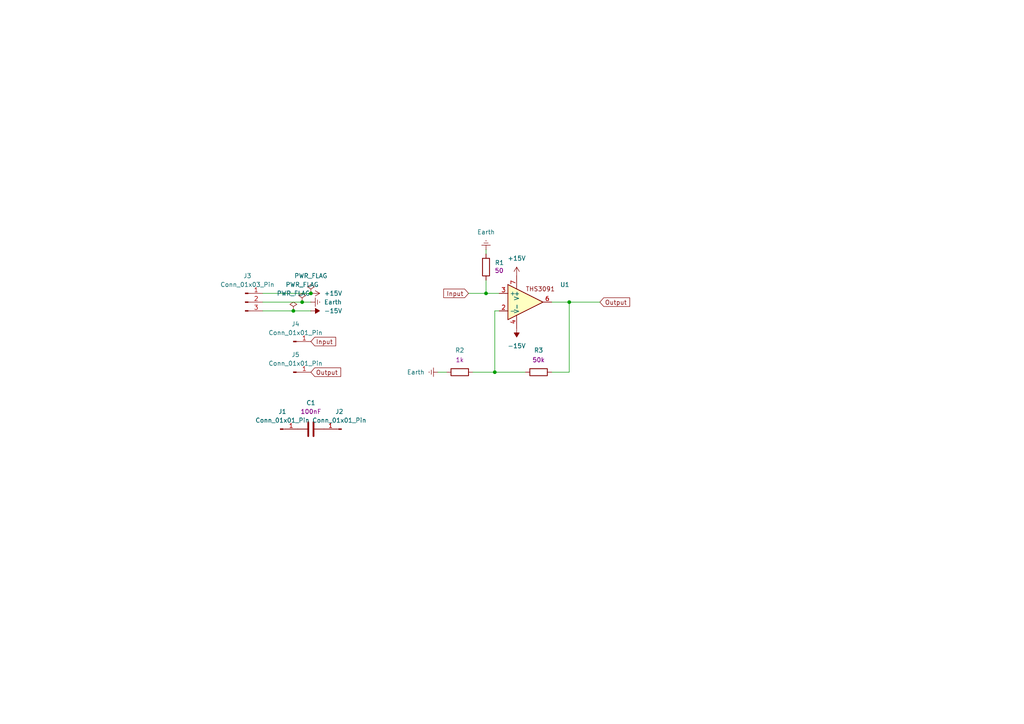
<source format=kicad_sch>
(kicad_sch (version 20231120) (generator "eeschema") (generator_version "8.0")
  (paper "A4")
  (lib_symbols
    (symbol "Amplifier_Operational:THS3091"
      (property "Reference" "U" (at 3.302 5.842 0))
      (symbol "THS3091_0_1"
        (polyline (pts (xy -2.54 5.08) (xy 7.62 0) (xy -2.54 -5.08) (xy -2.54 5.08)) (stroke (width 0.254)) (fill (type background)))
      )
      (symbol "THS3091_1_1"
        (text "THS3091" (at 6.858 3.81 0) (effects (font (size 1.27 1.27))))
        (pin input line (at -5.08 -2.54 0) (length 2.54) (name "-") (number "2"))
        (pin input line (at -5.08 2.54 0) (length 2.54) (name "+") (number "3"))
        (pin power_in line (at 0 -7.62 90) (length 3.81) (name "V-") (number "4"))
        (pin output line (at 10.16 0 180) (length 2.54) (name "~") (number "6"))
        (pin power_in line (at 0 7.62 270) (length 3.81) (name "V+") (number "7"))
      )
    )
    (symbol "Connector:Conn_01x01_Pin" (pin_names (offset 1.016) hide)
      (property "Reference" "J" (at 0 2.54 0))
      (property "Value" "Conn_01x01_Pin" (at 0 -2.54 0))
      (symbol "Conn_01x01_Pin_1_1"
        (polyline (pts (xy 1.27 0) (xy 0.8636 0)) (stroke (width 0.1524)))
        (rectangle (start 0.8636 0.127) (end 0 -0.127) (stroke (width 0.1524)) (fill (type outline)))
        (pin passive line (at 5.08 0 180) (length 3.81) (name "Pin_1") (number "1"))
      )
    )
    (symbol "Connector:Conn_01x03_Pin" (pin_names (offset 1.016) hide)
      (property "Reference" "J" (at 0 5.08 0))
      (property "Value" "Conn_01x03_Pin" (at 0 -5.08 0))
      (symbol "Conn_01x03_Pin_1_1"
        (polyline (pts (xy 1.27 -2.54) (xy 0.8636 -2.54)) (stroke (width 0.1524)))
        (polyline (pts (xy 1.27 0) (xy 0.8636 0)) (stroke (width 0.1524)))
        (polyline (pts (xy 1.27 2.54) (xy 0.8636 2.54)) (stroke (width 0.1524)))
        (rectangle (start 0.8636 -2.413) (end 0 -2.667) (stroke (width 0.1524)) (fill (type outline)))
        (rectangle (start 0.8636 0.127) (end 0 -0.127) (stroke (width 0.1524)) (fill (type outline)))
        (rectangle (start 0.8636 2.667) (end 0 2.413) (stroke (width 0.1524)) (fill (type outline)))
        (pin passive line (at 5.08 2.54 180) (length 3.81) (name "Pin_1") (number "1"))
        (pin passive line (at 5.08 0 180) (length 3.81) (name "Pin_2") (number "2"))
        (pin passive line (at 5.08 -2.54 180) (length 3.81) (name "Pin_3") (number "3"))
      )
    )
    (symbol "Device:C" (pin_numbers hide) (pin_names (offset 0.254))
      (property "Reference" "C" (at 0.635 2.54 0))
      (property "Value" "C" (at 0.635 -2.54 0))
      (symbol "C_0_1"
        (polyline (pts (xy -2.032 -0.762) (xy 2.032 -0.762)) (stroke (width 0.508)))
        (polyline (pts (xy -2.032 0.762) (xy 2.032 0.762)) (stroke (width 0.508)))
      )
      (symbol "C_1_1"
        (pin passive line (at 0 3.81 270) (length 2.794) (name "~") (number "1"))
        (pin passive line (at 0 -3.81 90) (length 2.794) (name "~") (number "2"))
      )
    )
    (symbol "Device:R" (pin_numbers hide) (pin_names (offset 0))
      (property "Reference" "R" (at 2.032 0 90))
      (property "Value" "R" (at 0 0 90))
      (symbol "R_0_1"
        (rectangle (start -1.016 -2.54) (end 1.016 2.54) (stroke (width 0.254)))
      )
      (symbol "R_1_1"
        (pin passive line (at 0 3.81 270) (length 1.27) (name "~") (number "1"))
        (pin passive line (at 0 -3.81 90) (length 1.27) (name "~") (number "2"))
      )
    )
    (symbol "power:+15V" (power) (pin_numbers hide) (pin_names (offset 0) hide)
      (property "Value" "+15V" (at 0 3.556 0))
      (symbol "+15V_0_1"
        (polyline (pts (xy -0.762 1.27) (xy 0 2.54)))
        (polyline (pts (xy 0 0) (xy 0 2.54)))
        (polyline (pts (xy 0 2.54) (xy 0.762 1.27)))
      )
      (symbol "+15V_1_1"
        (pin power_in line (at 0 0 90) (length 0) (name "~") (number "1"))
      )
    )
    (symbol "power:-15V" (power) (pin_numbers hide) (pin_names (offset 0) hide)
      (property "Value" "-15V" (at 0 3.556 0))
      (symbol "-15V_0_0"
        (pin power_in line (at 0 0 90) (length 0) (name "~") (number "1"))
      )
      (symbol "-15V_0_1"
        (polyline (pts (xy 0 0) (xy 0 1.27) (xy 0.762 1.27) (xy 0 2.54) (xy -0.762 1.27) (xy 0 1.27)) (fill (type outline)))
      )
    )
    (symbol "power:Earth" (power) (pin_numbers hide) (pin_names (offset 0) hide)
      (property "Value" "Earth" (at 0 -3.81 0))
      (symbol "Earth_0_1"
        (polyline (pts (xy -0.635 -1.905) (xy 0.635 -1.905)))
        (polyline (pts (xy -0.127 -2.54) (xy 0.127 -2.54)))
        (polyline (pts (xy 0 -1.27) (xy 0 0)))
        (polyline (pts (xy 1.27 -1.27) (xy -1.27 -1.27)))
      )
      (symbol "Earth_1_1"
        (pin power_in line (at 0 0 270) (length 0) (name "~") (number "1"))
      )
    )
    (symbol "power:PWR_FLAG" (power) (pin_numbers hide) (pin_names (offset 0) hide)
      (property "Value" "PWR_FLAG" (at 0 3.81 0))
      (symbol "PWR_FLAG_0_0"
        (pin power_out line (at 0 0 90) (length 0) (name "~") (number "1"))
      )
      (symbol "PWR_FLAG_0_1"
        (polyline (pts (xy 0 0) (xy 0 1.27) (xy -1.016 1.905) (xy 0 2.54) (xy 1.016 1.905) (xy 0 1.27)))
      )
    )
  )
  (junction (at 140.97 85.09))
  (junction (at 85.09 90.17))
  (junction (at 87.63 87.63))
  (junction (at 90.17 85.09))
  (junction (at 143.51 107.95))
  (junction (at 165.1 87.63))
  (wire (pts (xy 165.1 87.63) (xy 160.02 87.63)))
  (wire (pts (xy 143.51 90.17) (xy 143.51 107.95)))
  (wire (pts (xy 87.63 87.63) (xy 90.17 87.63)))
  (wire (pts (xy 144.78 90.17) (xy 143.51 90.17)))
  (wire (pts (xy 165.1 107.95) (xy 160.02 107.95)))
  (wire (pts (xy 143.51 107.95) (xy 152.4 107.95)))
  (wire (pts (xy 76.2 90.17) (xy 85.09 90.17)))
  (wire (pts (xy 135.89 85.09) (xy 140.97 85.09)))
  (wire (pts (xy 165.1 87.63) (xy 173.99 87.63)))
  (wire (pts (xy 140.97 85.09) (xy 144.78 85.09)))
  (wire (pts (xy 76.2 87.63) (xy 87.63 87.63)))
  (wire (pts (xy 140.97 81.28) (xy 140.97 85.09)))
  (wire (pts (xy 76.2 85.09) (xy 90.17 85.09)))
  (wire (pts (xy 127 107.95) (xy 129.54 107.95)))
  (wire (pts (xy 137.16 107.95) (xy 143.51 107.95)))
  (wire (pts (xy 140.97 72.39) (xy 140.97 73.66)))
  (wire (pts (xy 85.09 90.17) (xy 90.17 90.17)))
  (wire (pts (xy 165.1 87.63) (xy 165.1 107.95)))
  (global_label "Output" (shape input) (at 90.17 107.95 0) (property "Intersheetrefs" "${INTERSHEET_REFS}" (effects (hide yes))))
  (global_label "Input" (shape input) (at 90.17 99.06 0) (property "Intersheetrefs" "${INTERSHEET_REFS}" (effects (hide yes))))
  (global_label "Output" (shape input) (at 173.99 87.63 0) (property "Intersheetrefs" "${INTERSHEET_REFS}" (effects (hide yes))))
  (global_label "Input" (shape input) (at 135.89 85.09 180) (property "Intersheetrefs" "${INTERSHEET_REFS}" (effects (hide yes))))
  (symbol (lib_id "power:PWR_FLAG") (at 90.17 85.09 0) (unit 1)
    (property "Reference" "#FLG01" (effects (hide yes)))
    (property "Value" "PWR_FLAG" (at 90.17 80.01 0))
    (property "Description" "Special symbol for telling ERC where power comes from" (effects (hide yes)))
  )
  (symbol (lib_id "power:PWR_FLAG") (at 87.63 87.63 0) (unit 1)
    (property "Reference" "#FLG02" (effects (hide yes)))
    (property "Value" "PWR_FLAG" (at 87.63 82.55 0))
    (property "Description" "Special symbol for telling ERC where power comes from" (effects (hide yes)))
  )
  (symbol (lib_id "Connector:Conn_01x01_Pin") (at 99.06 124.46 180) (unit 1)
    (property "Reference" "J2" (at 98.425 119.38 0))
    (property "Value" "Conn_01x01_Pin" (at 98.425 121.92 0))
    (property "Footprint" "Connector_PinHeader_2.54mm:PinHeader_1x01_P2.54mm_Vertical" (effects (hide yes)))
    (property "Description" "Generic connector, single row, 01x01, script generated" (effects (hide yes)))
  )
  (symbol (lib_id "Connector:Conn_01x01_Pin") (at 85.09 99.06 0) (unit 1)
    (property "Reference" "J4" (at 85.725 93.98 0))
    (property "Value" "Conn_01x01_Pin" (at 85.725 96.52 0))
    (property "Footprint" "Connector_PinHeader_2.54mm:PinHeader_1x01_P2.54mm_Vertical" (effects (hide yes)))
    (property "Description" "Generic connector, single row, 01x01, script generated" (effects (hide yes)))
  )
  (symbol (lib_id "Connector:Conn_01x03_Pin") (at 71.12 87.63 0) (unit 1)
    (property "Reference" "J3" (at 71.755 80.01 0))
    (property "Value" "Conn_01x03_Pin" (at 71.755 82.55 0))
    (property "Footprint" "Connector_PinHeader_2.54mm:PinHeader_1x03_P2.54mm_Vertical" (effects (hide yes)))
    (property "Description" "Power Pins" (effects (hide yes)))
  )
  (symbol (lib_id "Connector:Conn_01x01_Pin") (at 81.28 124.46 0) (unit 1)
    (property "Reference" "J1" (at 81.915 119.38 0))
    (property "Value" "Conn_01x01_Pin" (at 81.915 121.92 0))
    (property "Footprint" "Connector_PinHeader_2.54mm:PinHeader_1x01_P2.54mm_Vertical" (effects (hide yes)))
    (property "Description" "Generic connector, single row, 01x01, script generated" (effects (hide yes)))
  )
  (symbol (lib_id "Device:R") (at 140.97 77.47 0) (unit 1)
    (property "Reference" "R1" (at 143.51 76.1999 0) (effects (justify left)))
    (property "Value" "RT0603BRE0750RL" (effects (hide yes)))
    (property "Footprint" "Resistor_SMD:R_0603_1608Metric" (effects (hide yes)))
    (property "Description" "50" (at 144.78 78.486 0))
  )
  (symbol (lib_id "Amplifier_Operational:THS3091") (at 149.86 87.63 0) (unit 1)
    (property "Reference" "U1" (at 163.83 82.5814 0))
    (property "Value" "THS3091DDAR" (effects (hide yes)))
    (property "Footprint" "Package_SO:TI_SO-PowerPAD-8_ThermalVias" (effects (hide yes)))
  )
  (symbol (lib_id "power:-15V") (at 90.17 90.17 270) (unit 1)
    (property "Reference" "#PWR06" (effects (hide yes)))
    (property "Value" "-15V" (at 93.98 90.1699 90) (effects (justify left)))
    (property "Description" "Power symbol creates a global label with name \"-15V\"" (effects (hide yes)))
  )
  (symbol (lib_id "power:+15V") (at 90.17 85.09 270) (unit 1)
    (property "Reference" "#PWR05" (effects (hide yes)))
    (property "Value" "+15V" (at 93.98 85.0899 90) (effects (justify left)))
    (property "Description" "Power symbol creates a global label with name \"+15V\"" (effects (hide yes)))
  )
  (symbol (lib_id "power:Earth") (at 140.97 72.39 180) (unit 1)
    (property "Reference" "#PWR01" (effects (hide yes)))
    (property "Value" "Earth" (at 140.97 67.31 0))
    (property "Description" "Power symbol creates a global label with name \"Earth\"" (effects (hide yes)))
  )
  (symbol (lib_id "Device:R") (at 156.21 107.95 90) (unit 1)
    (property "Reference" "R3" (at 156.21 101.6 90))
    (property "Value" "RTT025002FTH" (effects (hide yes)))
    (property "Footprint" "Resistor_SMD:R_0402_1005Metric" (effects (hide yes)))
    (property "Description" "50k" (at 156.21 104.394 90))
  )
  (symbol (lib_id "power:-15V") (at 149.86 95.25 180) (unit 1)
    (property "Reference" "#PWR03" (effects (hide yes)))
    (property "Value" "-15V" (at 149.86 100.33 0))
    (property "Description" "Power symbol creates a global label with name \"-15V\"" (effects (hide yes)))
  )
  (symbol (lib_id "Device:C") (at 90.17 124.46 90) (unit 1)
    (property "Reference" "C1" (at 90.17 116.84 90))
    (property "Value" "CC0603KRX7R9BB104" (effects (hide yes)))
    (property "Footprint" "Capacitor_SMD:C_0603_1608Metric" (effects (hide yes)))
    (property "Description" "100nF" (at 90.17 119.38 90))
  )
  (symbol (lib_id "power:Earth") (at 127 107.95 270) (unit 1)
    (property "Reference" "#PWR04" (effects (hide yes)))
    (property "Value" "Earth" (at 123.19 107.9499 90) (effects (justify right)))
    (property "Description" "Power symbol creates a global label with name \"Earth\"" (effects (hide yes)))
  )
  (symbol (lib_id "power:PWR_FLAG") (at 85.09 90.17 0) (unit 1)
    (property "Reference" "#FLG03" (effects (hide yes)))
    (property "Value" "PWR_FLAG" (at 85.09 85.09 0))
    (property "Description" "Special symbol for telling ERC where power comes from" (effects (hide yes)))
  )
  (symbol (lib_id "Connector:Conn_01x01_Pin") (at 85.09 107.95 0) (unit 1)
    (property "Reference" "J5" (at 85.725 102.87 0))
    (property "Value" "Conn_01x01_Pin" (at 85.725 105.41 0))
    (property "Footprint" "Connector_PinHeader_2.54mm:PinHeader_1x01_P2.54mm_Vertical" (effects (hide yes)))
    (property "Description" "Generic connector, single row, 01x01, script generated" (effects (hide yes)))
  )
  (symbol (lib_id "Device:R") (at 133.35 107.95 270) (unit 1)
    (property "Reference" "R2" (at 133.35 101.6 90))
    (property "Value" "0603WAF1001T5E" (effects (hide yes)))
    (property "Footprint" "Resistor_SMD:R_0603_1608Metric" (effects (hide yes)))
    (property "Description" "1k" (at 133.35 104.394 90))
  )
  (symbol (lib_id "power:Earth") (at 90.17 87.63 90) (unit 1)
    (property "Reference" "#PWR07" (effects (hide yes)))
    (property "Value" "Earth" (at 93.98 87.6299 90) (effects (justify right)))
    (property "Description" "Power symbol creates a global label with name \"Earth\"" (effects (hide yes)))
  )
  (symbol (lib_id "power:+15V") (at 149.86 80.01 0) (unit 1)
    (property "Reference" "#PWR02" (effects (hide yes)))
    (property "Value" "+15V" (at 149.86 74.93 0))
    (property "Description" "Power symbol creates a global label with name \"+15V\"" (effects (hide yes)))
  )
)
</source>
